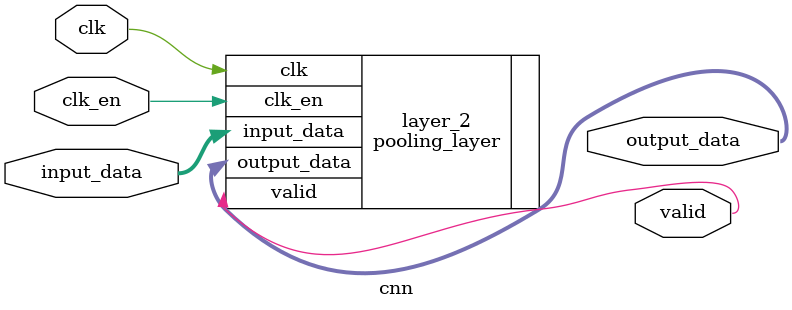
<source format=sv>
`ifndef CNN
`define CNN

`include "/home/mbyx4np3/COMP30040/COMP30040/src/common/definitions.v"
`include "/home/mbyx4np3/COMP30040/COMP30040/src/relu_layer/relu_layer.sv"
`include "/home/mbyx4np3/COMP30040/COMP30040/src/pooling_layer/pooling_layer.v"

module cnn (
  input wire         clk,
  input wire         clk_en,
  input wire  [79:0] input_data,
  output wire [79:0] output_data,
  output wire        valid
);

  wire [79:0] layer_0_output;
  wire [79:0] layer_1_output;
  wire        layer_0_valid;

//  // Relu layer
//  relu_layer #(
//    .I_WIDTH(16),
//    .CHANNELS(5)
//  ) layer_1 (
//    .input_data(input_data),
//    .output_data(output_data)
//  );

  // Pooling layer
  pooling_layer #(
    .I_WIDTH(16),
    .CHANNELS(5),
    .FILTER_SIZE(2),
    .IMAGE_SIZE(15),
    .STRIDE(2)
  ) layer_2 (
    .clk(clk),
    .clk_en(clk_en),
    .input_data(input_data),
    .output_data(output_data),
    .valid(valid)
  );

endmodule

`endif

</source>
